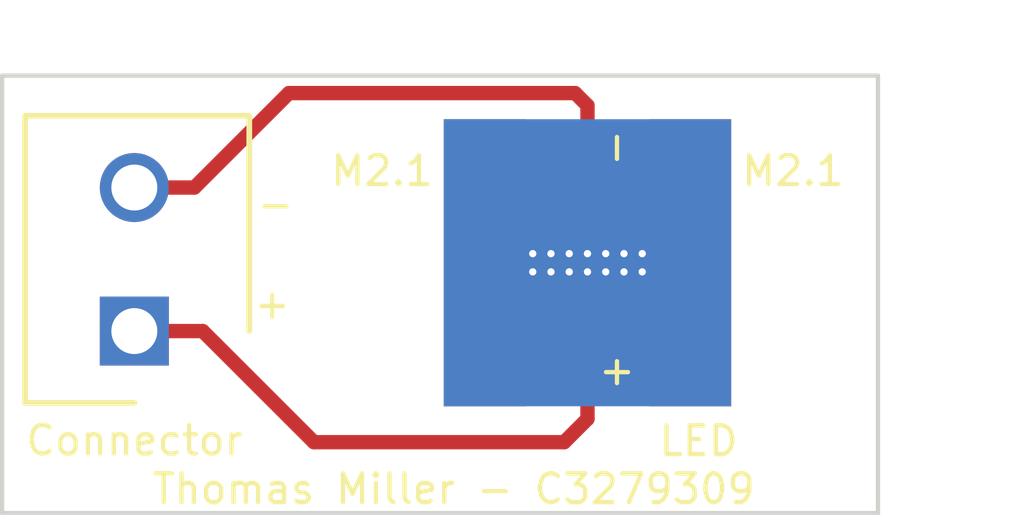
<source format=kicad_pcb>
(kicad_pcb (version 20171130) (host pcbnew "(5.1.7)-1")

  (general
    (thickness 1.6)
    (drawings 9)
    (tracks 10)
    (zones 0)
    (modules 4)
    (nets 4)
  )

  (page A4)
  (layers
    (0 F.Cu signal)
    (31 B.Cu signal)
    (32 B.Adhes user)
    (33 F.Adhes user)
    (34 B.Paste user)
    (35 F.Paste user)
    (36 B.SilkS user)
    (37 F.SilkS user)
    (38 B.Mask user)
    (39 F.Mask user)
    (40 Dwgs.User user)
    (41 Cmts.User user)
    (42 Eco1.User user)
    (43 Eco2.User user)
    (44 Edge.Cuts user)
    (45 Margin user)
    (46 B.CrtYd user)
    (47 F.CrtYd user)
    (48 B.Fab user)
    (49 F.Fab user)
  )

  (setup
    (last_trace_width 0.8)
    (user_trace_width 0.5)
    (trace_clearance 0.25)
    (zone_clearance 0.508)
    (zone_45_only no)
    (trace_min 0.2)
    (via_size 0.9)
    (via_drill 0.4)
    (via_min_size 0.4)
    (via_min_drill 0.3)
    (uvia_size 0.3)
    (uvia_drill 0.1)
    (uvias_allowed no)
    (uvia_min_size 0.2)
    (uvia_min_drill 0.1)
    (edge_width 0.15)
    (segment_width 0.2)
    (pcb_text_width 0.3)
    (pcb_text_size 1.5 1.5)
    (mod_edge_width 0.15)
    (mod_text_size 1 1)
    (mod_text_width 0.15)
    (pad_size 1.524 1.524)
    (pad_drill 0.762)
    (pad_to_mask_clearance 0)
    (aux_axis_origin 0 0)
    (visible_elements 7FFFFFFF)
    (pcbplotparams
      (layerselection 0x010fc_ffffffff)
      (usegerberextensions false)
      (usegerberattributes false)
      (usegerberadvancedattributes false)
      (creategerberjobfile false)
      (excludeedgelayer true)
      (linewidth 0.100000)
      (plotframeref false)
      (viasonmask false)
      (mode 1)
      (useauxorigin false)
      (hpglpennumber 1)
      (hpglpenspeed 20)
      (hpglpendiameter 15.000000)
      (psnegative false)
      (psa4output false)
      (plotreference true)
      (plotvalue false)
      (plotinvisibletext false)
      (padsonsilk true)
      (subtractmaskfromsilk false)
      (outputformat 1)
      (mirror false)
      (drillshape 0)
      (scaleselection 1)
      (outputdirectory "Gerber Files/LED/"))
  )

  (net 0 "")
  (net 1 "Net-(Connector1-Pad1)")
  (net 2 "Net-(Connector1-Pad2)")
  (net 3 "Net-(LED1-Pad3)")

  (net_class Default "This is the default net class."
    (clearance 0.25)
    (trace_width 0.8)
    (via_dia 0.9)
    (via_drill 0.4)
    (uvia_dia 0.3)
    (uvia_drill 0.1)
    (add_net "Net-(Connector1-Pad1)")
    (add_net "Net-(Connector1-Pad2)")
    (add_net "Net-(LED1-Pad3)")
  )

  (module MountingHole:MountingHole_2.1mm (layer F.Cu) (tedit 5B924765) (tstamp 5F8954D2)
    (at 64.35 37)
    (descr "Mounting Hole 2.1mm, no annular")
    (tags "mounting hole 2.1mm no annular")
    (attr virtual)
    (fp_text reference M2.1 (at 0 -3.2) (layer F.SilkS)
      (effects (font (size 1 1) (thickness 0.15)))
    )
    (fp_text value MountingHole_2.1mm (at 0 3.2) (layer F.Fab)
      (effects (font (size 1 1) (thickness 0.15)))
    )
    (fp_circle (center 0 0) (end 2.1 0) (layer Cmts.User) (width 0.15))
    (fp_circle (center 0 0) (end 2.35 0) (layer F.CrtYd) (width 0.05))
    (fp_text user %R (at 0.3 0) (layer F.Fab)
      (effects (font (size 1 1) (thickness 0.15)))
    )
    (pad "" np_thru_hole circle (at 0 0) (size 2.1 2.1) (drill 2.1) (layers *.Cu *.Mask))
  )

  (module MountingHole:MountingHole_2.1mm (layer F.Cu) (tedit 5B924765) (tstamp 5F895534)
    (at 50.05 37)
    (descr "Mounting Hole 2.1mm, no annular")
    (tags "mounting hole 2.1mm no annular")
    (attr virtual)
    (fp_text reference M2.1 (at 0 -3.2) (layer F.SilkS)
      (effects (font (size 1 1) (thickness 0.15)))
    )
    (fp_text value MountingHole_2.1mm (at 0 3.2) (layer F.Fab)
      (effects (font (size 1 1) (thickness 0.15)))
    )
    (fp_circle (center 0 0) (end 2.1 0) (layer Cmts.User) (width 0.15))
    (fp_circle (center 0 0) (end 2.35 0) (layer F.CrtYd) (width 0.05))
    (fp_text user %R (at 0.3 0) (layer F.Fab)
      (effects (font (size 1 1) (thickness 0.15)))
    )
    (pad "" np_thru_hole circle (at 0 0) (size 2.1 2.1) (drill 2.1) (layers *.Cu *.Mask))
  )

  (module SamacSys_Parts:SHDR2W100P0X500_1X2_1000X780X1030P (layer F.Cu) (tedit 0) (tstamp 5F5077B1)
    (at 41.43 39.38 90)
    (descr TB003-500-P02BE)
    (tags Connector)
    (path /5F505980)
    (fp_text reference Connector (at -3.81 0 180) (layer F.SilkS)
      (effects (font (size 1 1) (thickness 0.15)))
    )
    (fp_text value TB003-500-P02BE-SamacSys_Parts (at 0 0 90) (layer F.SilkS) hide
      (effects (font (size 1.27 1.27) (thickness 0.254)))
    )
    (fp_line (start -2.5 -3.8) (end -2.5 0) (layer F.SilkS) (width 0.2))
    (fp_line (start 7.5 -3.8) (end -2.5 -3.8) (layer F.SilkS) (width 0.2))
    (fp_line (start 7.5 4) (end 7.5 -3.8) (layer F.SilkS) (width 0.2))
    (fp_line (start 0 4) (end 7.5 4) (layer F.SilkS) (width 0.2))
    (fp_line (start 7.5 4) (end -2.5 4) (layer F.Fab) (width 0.1))
    (fp_line (start 7.5 -3.8) (end 7.5 4) (layer F.Fab) (width 0.1))
    (fp_line (start -2.5 -3.8) (end 7.5 -3.8) (layer F.Fab) (width 0.1))
    (fp_line (start -2.5 4) (end -2.5 -3.8) (layer F.Fab) (width 0.1))
    (fp_line (start 7.75 4.25) (end -2.75 4.25) (layer F.CrtYd) (width 0.05))
    (fp_line (start 7.75 -4.05) (end 7.75 4.25) (layer F.CrtYd) (width 0.05))
    (fp_line (start -2.75 -4.05) (end 7.75 -4.05) (layer F.CrtYd) (width 0.05))
    (fp_line (start -2.75 4.25) (end -2.75 -4.05) (layer F.CrtYd) (width 0.05))
    (fp_text user %R (at 0 0 90) (layer F.Fab)
      (effects (font (size 1.27 1.27) (thickness 0.254)))
    )
    (pad 1 thru_hole rect (at 0 0 90) (size 2.4 2.4) (drill 1.6) (layers *.Cu *.Mask)
      (net 1 "Net-(Connector1-Pad1)"))
    (pad 2 thru_hole circle (at 5 0 90) (size 2.4 2.4) (drill 1.6) (layers *.Cu *.Mask)
      (net 2 "Net-(Connector1-Pad2)"))
  )

  (module SamacSys_Parts:LED_Thermal (layer F.Cu) (tedit 5F88EB82) (tstamp 5F88EC99)
    (at 57.2 37 270)
    (descr XPEBTT-01-0000-00Y80-3)
    (tags LED)
    (path /5F505199)
    (attr smd)
    (fp_text reference LED (at 6.21 -3.87 180) (layer F.SilkS)
      (effects (font (size 1 1) (thickness 0.15)))
    )
    (fp_text value XPEBGR-L1-0000-00G03-SamacSys_Parts (at -16.11 -12.77 90) (layer F.SilkS) hide
      (effects (font (size 1.27 1.27) (thickness 0.254)))
    )
    (fp_text user - (at -4 -0.9525 90) (layer F.SilkS)
      (effects (font (size 1 1) (thickness 0.15)))
    )
    (fp_text user + (at 3.81 -0.9525 90) (layer F.SilkS)
      (effects (font (size 1 1) (thickness 0.15)))
    )
    (pad 3 smd custom (at 0 0 270) (size 1.3 4.3) (layers F.Cu F.Paste F.Mask)
      (net 3 "Net-(LED1-Pad3)") (zone_connect 0)
      (options (clearance outline) (anchor rect))
      (primitives
        (gr_poly (pts
           (xy 5 -2.15) (xy 5 -5) (xy -5 -5) (xy -5 -2.15)) (width 0))
        (gr_poly (pts
           (xy 5 2.15) (xy 5 5) (xy -5 5) (xy -5 2.15)) (width 0))
      ))
    (pad 1 smd rect (at -2.15 0 270) (size 2 3.3) (layers F.Cu F.Paste F.Mask)
      (net 2 "Net-(Connector1-Pad2)") (zone_connect 0))
    (pad 2 smd rect (at 2.15 0 270) (size 2 3.3) (layers F.Cu F.Paste F.Mask)
      (net 1 "Net-(Connector1-Pad1)") (zone_connect 0))
    (pad 3 thru_hole circle (at 0.3175 0 270) (size 0.3 0.3) (drill 0.254) (layers *.Cu *.Mask)
      (net 3 "Net-(LED1-Pad3)"))
    (pad 3 smd rect (at 0 0 270) (size 10 10) (layers B.Cu B.Paste B.Mask)
      (net 3 "Net-(LED1-Pad3)") (zone_connect 0))
    (pad 3 thru_hole circle (at -0.3175 0 270) (size 0.3 0.3) (drill 0.254) (layers *.Cu *.Mask)
      (net 3 "Net-(LED1-Pad3)"))
    (pad 3 thru_hole circle (at -0.3175 0.635 270) (size 0.3 0.3) (drill 0.254) (layers *.Cu *.Mask)
      (net 3 "Net-(LED1-Pad3)"))
    (pad 3 thru_hole circle (at 0.3175 0.635 270) (size 0.3 0.3) (drill 0.254) (layers *.Cu *.Mask)
      (net 3 "Net-(LED1-Pad3)"))
    (pad 3 thru_hole circle (at -0.3175 -0.635 270) (size 0.3 0.3) (drill 0.254) (layers *.Cu *.Mask)
      (net 3 "Net-(LED1-Pad3)"))
    (pad 3 thru_hole circle (at 0.3175 -0.635 270) (size 0.3 0.3) (drill 0.254) (layers *.Cu *.Mask)
      (net 3 "Net-(LED1-Pad3)"))
    (pad 3 thru_hole circle (at -0.3175 -1.27 270) (size 0.3 0.3) (drill 0.254) (layers *.Cu *.Mask)
      (net 3 "Net-(LED1-Pad3)"))
    (pad 3 thru_hole circle (at 0.3175 -1.27 270) (size 0.3 0.3) (drill 0.254) (layers *.Cu *.Mask)
      (net 3 "Net-(LED1-Pad3)"))
    (pad 3 thru_hole circle (at -0.3175 -1.905 270) (size 0.3 0.3) (drill 0.254) (layers *.Cu *.Mask)
      (net 3 "Net-(LED1-Pad3)"))
    (pad 3 thru_hole circle (at 0.3175 -1.905 270) (size 0.3 0.3) (drill 0.254) (layers *.Cu *.Mask)
      (net 3 "Net-(LED1-Pad3)"))
    (pad 3 thru_hole circle (at -0.3175 1.27 270) (size 0.3 0.3) (drill 0.254) (layers *.Cu *.Mask)
      (net 3 "Net-(LED1-Pad3)"))
    (pad 3 thru_hole circle (at 0.3175 1.27 270) (size 0.3 0.3) (drill 0.254) (layers *.Cu *.Mask)
      (net 3 "Net-(LED1-Pad3)"))
    (pad 3 thru_hole circle (at -0.3175 1.905 270) (size 0.3 0.3) (drill 0.254) (layers *.Cu *.Mask)
      (net 3 "Net-(LED1-Pad3)"))
    (pad 3 thru_hole circle (at 0.3175 1.905 270) (size 0.3 0.3) (drill 0.254) (layers *.Cu *.Mask)
      (net 3 "Net-(LED1-Pad3)"))
  )

  (dimension 15.24 (width 0.15) (layer Dwgs.User)
    (gr_text "15.240 mm" (at 69.245 38.1 270) (layer Dwgs.User)
      (effects (font (size 1 1) (thickness 0.15)))
    )
    (feature1 (pts (xy 67.31 45.72) (xy 68.531421 45.72)))
    (feature2 (pts (xy 67.31 30.48) (xy 68.531421 30.48)))
    (crossbar (pts (xy 67.945 30.48) (xy 67.945 45.72)))
    (arrow1a (pts (xy 67.945 45.72) (xy 67.358579 44.593496)))
    (arrow1b (pts (xy 67.945 45.72) (xy 68.531421 44.593496)))
    (arrow2a (pts (xy 67.945 30.48) (xy 67.358579 31.606504)))
    (arrow2b (pts (xy 67.945 30.48) (xy 68.531421 31.606504)))
  )
  (dimension 30.48 (width 0.15) (layer Dwgs.User)
    (gr_text "30.480 mm" (at 52.07 28.545) (layer Dwgs.User)
      (effects (font (size 1 1) (thickness 0.15)))
    )
    (feature1 (pts (xy 67.31 30.48) (xy 67.31 29.258579)))
    (feature2 (pts (xy 36.83 30.48) (xy 36.83 29.258579)))
    (crossbar (pts (xy 36.83 29.845) (xy 67.31 29.845)))
    (arrow1a (pts (xy 67.31 29.845) (xy 66.183496 30.431421)))
    (arrow1b (pts (xy 67.31 29.845) (xy 66.183496 29.258579)))
    (arrow2a (pts (xy 36.83 29.845) (xy 37.956504 30.431421)))
    (arrow2b (pts (xy 36.83 29.845) (xy 37.956504 29.258579)))
  )
  (gr_text "Thomas Miller - C3279309" (at 52.54752 44.8818) (layer F.SilkS)
    (effects (font (size 1 1) (thickness 0.15)))
  )
  (gr_text - (at 46.34 34.96) (layer F.SilkS)
    (effects (font (size 1 1) (thickness 0.15)))
  )
  (gr_text "+\n" (at 46.23 38.43) (layer F.SilkS)
    (effects (font (size 1 1) (thickness 0.15)))
  )
  (gr_line (start 36.83 45.72) (end 36.83 30.48) (layer Edge.Cuts) (width 0.15) (tstamp 5F50579E))
  (gr_line (start 67.31 45.72) (end 36.83 45.72) (layer Edge.Cuts) (width 0.15))
  (gr_line (start 67.31 30.48) (end 67.31 45.72) (layer Edge.Cuts) (width 0.15))
  (gr_line (start 36.83 30.48) (end 67.31 30.48) (layer Edge.Cuts) (width 0.15))

  (segment (start 57.2 39.15) (end 57.2 42.44) (width 0.5) (layer F.Cu) (net 1))
  (segment (start 57.2 42.44) (end 56.39 43.25) (width 0.5) (layer F.Cu) (net 1))
  (segment (start 56.39 43.25) (end 47.68 43.25) (width 0.5) (layer F.Cu) (net 1))
  (segment (start 43.81 39.38) (end 41.43 39.38) (width 0.5) (layer F.Cu) (net 1))
  (segment (start 47.68 43.25) (end 43.81 39.38) (width 0.5) (layer F.Cu) (net 1))
  (segment (start 57.2 34.85) (end 57.2 31.52) (width 0.5) (layer F.Cu) (net 2))
  (segment (start 57.2 31.52) (end 56.77 31.09) (width 0.5) (layer F.Cu) (net 2))
  (segment (start 56.77 31.09) (end 46.81 31.09) (width 0.5) (layer F.Cu) (net 2))
  (segment (start 43.52 34.38) (end 41.43 34.38) (width 0.5) (layer F.Cu) (net 2))
  (segment (start 46.81 31.09) (end 43.52 34.38) (width 0.5) (layer F.Cu) (net 2))

)

</source>
